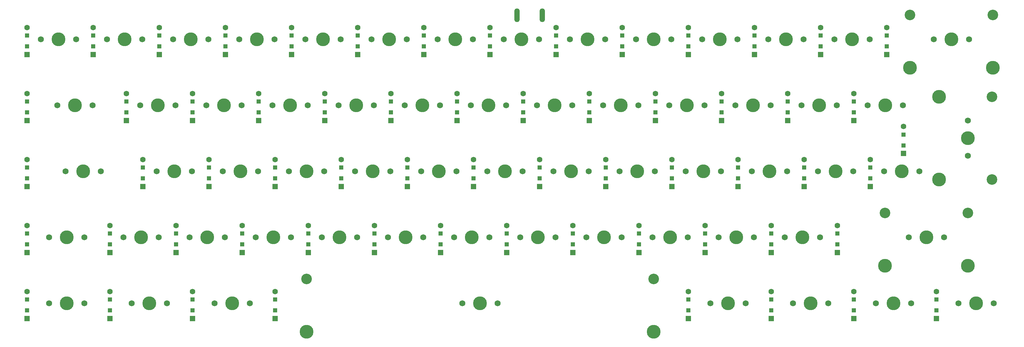
<source format=gbr>
G04 #@! TF.GenerationSoftware,KiCad,Pcbnew,5.1.6-c6e7f7d~86~ubuntu18.04.1*
G04 #@! TF.CreationDate,2020-05-28T23:24:45+02:00*
G04 #@! TF.ProjectId,keyboard-layout,6b657962-6f61-4726-942d-6c61796f7574,rev?*
G04 #@! TF.SameCoordinates,Original*
G04 #@! TF.FileFunction,Soldermask,Top*
G04 #@! TF.FilePolarity,Negative*
%FSLAX46Y46*%
G04 Gerber Fmt 4.6, Leading zero omitted, Abs format (unit mm)*
G04 Created by KiCad (PCBNEW 5.1.6-c6e7f7d~86~ubuntu18.04.1) date 2020-05-28 23:24:45*
%MOMM*%
%LPD*%
G01*
G04 APERTURE LIST*
%ADD10C,3.987800*%
%ADD11C,1.750000*%
%ADD12R,1.200000X1.200000*%
%ADD13R,1.600000X1.600000*%
%ADD14C,1.600000*%
%ADD15C,3.048000*%
%ADD16O,1.500000X4.000000*%
G04 APERTURE END LIST*
D10*
X29525000Y-29525000D03*
D11*
X24445000Y-29525000D03*
X34605000Y-29525000D03*
D10*
X29525000Y-29525000D03*
D11*
X24445000Y-29525000D03*
X34605000Y-29525000D03*
D12*
X20500000Y-31600000D03*
D13*
X20500000Y-33925000D03*
D12*
X20500000Y-28450000D03*
D14*
X20500000Y-26125000D03*
D10*
X48575000Y-29525000D03*
D11*
X43495000Y-29525000D03*
X53655000Y-29525000D03*
D10*
X48575000Y-29525000D03*
D11*
X43495000Y-29525000D03*
X53655000Y-29525000D03*
D12*
X39550000Y-31600000D03*
D13*
X39550000Y-33925000D03*
D12*
X39550000Y-28450000D03*
D14*
X39550000Y-26125000D03*
D10*
X67625000Y-29525000D03*
D11*
X62545000Y-29525000D03*
X72705000Y-29525000D03*
D10*
X67625000Y-29525000D03*
D11*
X62545000Y-29525000D03*
X72705000Y-29525000D03*
D12*
X58600000Y-31600000D03*
D13*
X58600000Y-33925000D03*
D12*
X58600000Y-28450000D03*
D14*
X58600000Y-26125000D03*
D10*
X86675000Y-29525000D03*
D11*
X81595000Y-29525000D03*
X91755000Y-29525000D03*
D10*
X86675000Y-29525000D03*
D11*
X81595000Y-29525000D03*
X91755000Y-29525000D03*
D12*
X77650000Y-31600000D03*
D13*
X77650000Y-33925000D03*
D12*
X77650000Y-28450000D03*
D14*
X77650000Y-26125000D03*
D10*
X105725000Y-29525000D03*
D11*
X100645000Y-29525000D03*
X110805000Y-29525000D03*
D10*
X105725000Y-29525000D03*
D11*
X100645000Y-29525000D03*
X110805000Y-29525000D03*
D12*
X96700000Y-31600000D03*
D13*
X96700000Y-33925000D03*
D12*
X96700000Y-28450000D03*
D14*
X96700000Y-26125000D03*
D10*
X124775000Y-29525000D03*
D11*
X119695000Y-29525000D03*
X129855000Y-29525000D03*
D10*
X124775000Y-29525000D03*
D11*
X119695000Y-29525000D03*
X129855000Y-29525000D03*
D12*
X115750000Y-31600000D03*
D13*
X115750000Y-33925000D03*
D12*
X115750000Y-28450000D03*
D14*
X115750000Y-26125000D03*
D10*
X143825000Y-29525000D03*
D11*
X138745000Y-29525000D03*
X148905000Y-29525000D03*
D10*
X143825000Y-29525000D03*
D11*
X138745000Y-29525000D03*
X148905000Y-29525000D03*
D12*
X134800000Y-31600000D03*
D13*
X134800000Y-33925000D03*
D12*
X134800000Y-28450000D03*
D14*
X134800000Y-26125000D03*
D10*
X162875000Y-29525000D03*
D11*
X157795000Y-29525000D03*
X167955000Y-29525000D03*
D10*
X162875000Y-29525000D03*
D11*
X157795000Y-29525000D03*
X167955000Y-29525000D03*
D12*
X153850000Y-31600000D03*
D13*
X153850000Y-33925000D03*
D12*
X153850000Y-28450000D03*
D14*
X153850000Y-26125000D03*
D10*
X181925000Y-29525000D03*
D11*
X176845000Y-29525000D03*
X187005000Y-29525000D03*
D10*
X181925000Y-29525000D03*
D11*
X176845000Y-29525000D03*
X187005000Y-29525000D03*
D12*
X172900000Y-31600000D03*
D13*
X172900000Y-33925000D03*
D12*
X172900000Y-28450000D03*
D14*
X172900000Y-26125000D03*
D10*
X200975000Y-29525000D03*
D11*
X195895000Y-29525000D03*
X206055000Y-29525000D03*
D10*
X200975000Y-29525000D03*
D11*
X195895000Y-29525000D03*
X206055000Y-29525000D03*
D12*
X191950000Y-31600000D03*
D13*
X191950000Y-33925000D03*
D12*
X191950000Y-28450000D03*
D14*
X191950000Y-26125000D03*
D10*
X220025000Y-29525000D03*
D11*
X214945000Y-29525000D03*
X225105000Y-29525000D03*
D10*
X220025000Y-29525000D03*
D11*
X214945000Y-29525000D03*
X225105000Y-29525000D03*
D12*
X211000000Y-31600000D03*
D13*
X211000000Y-33925000D03*
D12*
X211000000Y-28450000D03*
D14*
X211000000Y-26125000D03*
D10*
X239075000Y-29525000D03*
D11*
X233995000Y-29525000D03*
X244155000Y-29525000D03*
D10*
X239075000Y-29525000D03*
D11*
X233995000Y-29525000D03*
X244155000Y-29525000D03*
D12*
X230050000Y-31600000D03*
D13*
X230050000Y-33925000D03*
D12*
X230050000Y-28450000D03*
D14*
X230050000Y-26125000D03*
D10*
X258125000Y-29525000D03*
D11*
X253045000Y-29525000D03*
X263205000Y-29525000D03*
D10*
X258125000Y-29525000D03*
D11*
X253045000Y-29525000D03*
X263205000Y-29525000D03*
D12*
X249100000Y-31600000D03*
D13*
X249100000Y-33925000D03*
D12*
X249100000Y-28450000D03*
D14*
X249100000Y-26125000D03*
D10*
X286700000Y-29525000D03*
D11*
X281620000Y-29525000D03*
X291780000Y-29525000D03*
D10*
X286700000Y-29525000D03*
D11*
X281620000Y-29525000D03*
X291780000Y-29525000D03*
D15*
X274762000Y-22540000D03*
X298638000Y-22540000D03*
D10*
X274762000Y-37780000D03*
X298638000Y-37780000D03*
D12*
X268150000Y-31600000D03*
D13*
X268150000Y-33925000D03*
D12*
X268150000Y-28450000D03*
D14*
X268150000Y-26125000D03*
D10*
X34287500Y-48575000D03*
D11*
X29207500Y-48575000D03*
X39367500Y-48575000D03*
D10*
X34287500Y-48575000D03*
D11*
X29207500Y-48575000D03*
X39367500Y-48575000D03*
D12*
X20500000Y-50650000D03*
D13*
X20500000Y-52975000D03*
D12*
X20500000Y-47500000D03*
D14*
X20500000Y-45175000D03*
D10*
X58100000Y-48575000D03*
D11*
X53020000Y-48575000D03*
X63180000Y-48575000D03*
D10*
X58100000Y-48575000D03*
D11*
X53020000Y-48575000D03*
X63180000Y-48575000D03*
D12*
X49075000Y-50650000D03*
D13*
X49075000Y-52975000D03*
D12*
X49075000Y-47500000D03*
D14*
X49075000Y-45175000D03*
D10*
X77150000Y-48575000D03*
D11*
X72070000Y-48575000D03*
X82230000Y-48575000D03*
D10*
X77150000Y-48575000D03*
D11*
X72070000Y-48575000D03*
X82230000Y-48575000D03*
D12*
X68125000Y-50650000D03*
D13*
X68125000Y-52975000D03*
D12*
X68125000Y-47500000D03*
D14*
X68125000Y-45175000D03*
D10*
X96200000Y-48575000D03*
D11*
X91120000Y-48575000D03*
X101280000Y-48575000D03*
D10*
X96200000Y-48575000D03*
D11*
X91120000Y-48575000D03*
X101280000Y-48575000D03*
D12*
X87175000Y-50650000D03*
D13*
X87175000Y-52975000D03*
D12*
X87175000Y-47500000D03*
D14*
X87175000Y-45175000D03*
D10*
X115250000Y-48575000D03*
D11*
X110170000Y-48575000D03*
X120330000Y-48575000D03*
D10*
X115250000Y-48575000D03*
D11*
X110170000Y-48575000D03*
X120330000Y-48575000D03*
D12*
X106225000Y-50650000D03*
D13*
X106225000Y-52975000D03*
D12*
X106225000Y-47500000D03*
D14*
X106225000Y-45175000D03*
D10*
X134300000Y-48575000D03*
D11*
X129220000Y-48575000D03*
X139380000Y-48575000D03*
D10*
X134300000Y-48575000D03*
D11*
X129220000Y-48575000D03*
X139380000Y-48575000D03*
D12*
X125275000Y-50650000D03*
D13*
X125275000Y-52975000D03*
D12*
X125275000Y-47500000D03*
D14*
X125275000Y-45175000D03*
D10*
X153350000Y-48575000D03*
D11*
X148270000Y-48575000D03*
X158430000Y-48575000D03*
D10*
X153350000Y-48575000D03*
D11*
X148270000Y-48575000D03*
X158430000Y-48575000D03*
D12*
X144325000Y-50650000D03*
D13*
X144325000Y-52975000D03*
D12*
X144325000Y-47500000D03*
D14*
X144325000Y-45175000D03*
D10*
X172400000Y-48575000D03*
D11*
X167320000Y-48575000D03*
X177480000Y-48575000D03*
D10*
X172400000Y-48575000D03*
D11*
X167320000Y-48575000D03*
X177480000Y-48575000D03*
D12*
X163375000Y-50650000D03*
D13*
X163375000Y-52975000D03*
D12*
X163375000Y-47500000D03*
D14*
X163375000Y-45175000D03*
D10*
X191450000Y-48575000D03*
D11*
X186370000Y-48575000D03*
X196530000Y-48575000D03*
D10*
X191450000Y-48575000D03*
D11*
X186370000Y-48575000D03*
X196530000Y-48575000D03*
D12*
X182425000Y-50650000D03*
D13*
X182425000Y-52975000D03*
D12*
X182425000Y-47500000D03*
D14*
X182425000Y-45175000D03*
D10*
X210500000Y-48575000D03*
D11*
X205420000Y-48575000D03*
X215580000Y-48575000D03*
D10*
X210500000Y-48575000D03*
D11*
X205420000Y-48575000D03*
X215580000Y-48575000D03*
D12*
X201475000Y-50650000D03*
D13*
X201475000Y-52975000D03*
D12*
X201475000Y-47500000D03*
D14*
X201475000Y-45175000D03*
D10*
X229550000Y-48575000D03*
D11*
X224470000Y-48575000D03*
X234630000Y-48575000D03*
D10*
X229550000Y-48575000D03*
D11*
X224470000Y-48575000D03*
X234630000Y-48575000D03*
D12*
X220525000Y-50650000D03*
D13*
X220525000Y-52975000D03*
D12*
X220525000Y-47500000D03*
D14*
X220525000Y-45175000D03*
D10*
X248600000Y-48575000D03*
D11*
X243520000Y-48575000D03*
X253680000Y-48575000D03*
D10*
X248600000Y-48575000D03*
D11*
X243520000Y-48575000D03*
X253680000Y-48575000D03*
D12*
X239575000Y-50650000D03*
D13*
X239575000Y-52975000D03*
D12*
X239575000Y-47500000D03*
D14*
X239575000Y-45175000D03*
D10*
X267650000Y-48575000D03*
D11*
X262570000Y-48575000D03*
X272730000Y-48575000D03*
D10*
X267650000Y-48575000D03*
D11*
X262570000Y-48575000D03*
X272730000Y-48575000D03*
D12*
X258625000Y-50650000D03*
D13*
X258625000Y-52975000D03*
D12*
X258625000Y-47500000D03*
D14*
X258625000Y-45175000D03*
D10*
X291462500Y-58100000D03*
D11*
X291462500Y-53020000D03*
X291462500Y-63180000D03*
D10*
X291462500Y-58100000D03*
D11*
X291462500Y-53020000D03*
X291462500Y-63180000D03*
D15*
X298447500Y-46162000D03*
X298447500Y-70038000D03*
D10*
X283207500Y-46162000D03*
X283207500Y-70038000D03*
D12*
X272912500Y-60175000D03*
D13*
X272912500Y-62500000D03*
D12*
X272912500Y-57025000D03*
D14*
X272912500Y-54700000D03*
D10*
X36668750Y-67625000D03*
D11*
X31588750Y-67625000D03*
X41748750Y-67625000D03*
D10*
X36668750Y-67625000D03*
D11*
X31588750Y-67625000D03*
X41748750Y-67625000D03*
D12*
X20500000Y-69700000D03*
D13*
X20500000Y-72025000D03*
D12*
X20500000Y-66550000D03*
D14*
X20500000Y-64225000D03*
D10*
X62862500Y-67625000D03*
D11*
X57782500Y-67625000D03*
X67942500Y-67625000D03*
D10*
X62862500Y-67625000D03*
D11*
X57782500Y-67625000D03*
X67942500Y-67625000D03*
D12*
X53837500Y-69700000D03*
D13*
X53837500Y-72025000D03*
D12*
X53837500Y-66550000D03*
D14*
X53837500Y-64225000D03*
D10*
X81912500Y-67625000D03*
D11*
X76832500Y-67625000D03*
X86992500Y-67625000D03*
D10*
X81912500Y-67625000D03*
D11*
X76832500Y-67625000D03*
X86992500Y-67625000D03*
D12*
X72887500Y-69700000D03*
D13*
X72887500Y-72025000D03*
D12*
X72887500Y-66550000D03*
D14*
X72887500Y-64225000D03*
D10*
X100962500Y-67625000D03*
D11*
X95882500Y-67625000D03*
X106042500Y-67625000D03*
D10*
X100962500Y-67625000D03*
D11*
X95882500Y-67625000D03*
X106042500Y-67625000D03*
D12*
X91937500Y-69700000D03*
D13*
X91937500Y-72025000D03*
D12*
X91937500Y-66550000D03*
D14*
X91937500Y-64225000D03*
D10*
X120012500Y-67625000D03*
D11*
X114932500Y-67625000D03*
X125092500Y-67625000D03*
D10*
X120012500Y-67625000D03*
D11*
X114932500Y-67625000D03*
X125092500Y-67625000D03*
D12*
X110987500Y-69700000D03*
D13*
X110987500Y-72025000D03*
D12*
X110987500Y-66550000D03*
D14*
X110987500Y-64225000D03*
D10*
X139062500Y-67625000D03*
D11*
X133982500Y-67625000D03*
X144142500Y-67625000D03*
D10*
X139062500Y-67625000D03*
D11*
X133982500Y-67625000D03*
X144142500Y-67625000D03*
D12*
X130037500Y-69700000D03*
D13*
X130037500Y-72025000D03*
D12*
X130037500Y-66550000D03*
D14*
X130037500Y-64225000D03*
D10*
X158112500Y-67625000D03*
D11*
X153032500Y-67625000D03*
X163192500Y-67625000D03*
D10*
X158112500Y-67625000D03*
D11*
X153032500Y-67625000D03*
X163192500Y-67625000D03*
D12*
X149087500Y-69700000D03*
D13*
X149087500Y-72025000D03*
D12*
X149087500Y-66550000D03*
D14*
X149087500Y-64225000D03*
D10*
X177162500Y-67625000D03*
D11*
X172082500Y-67625000D03*
X182242500Y-67625000D03*
D10*
X177162500Y-67625000D03*
D11*
X172082500Y-67625000D03*
X182242500Y-67625000D03*
D12*
X168137500Y-69700000D03*
D13*
X168137500Y-72025000D03*
D12*
X168137500Y-66550000D03*
D14*
X168137500Y-64225000D03*
D10*
X196212500Y-67625000D03*
D11*
X191132500Y-67625000D03*
X201292500Y-67625000D03*
D10*
X196212500Y-67625000D03*
D11*
X191132500Y-67625000D03*
X201292500Y-67625000D03*
D12*
X187187500Y-69700000D03*
D13*
X187187500Y-72025000D03*
D12*
X187187500Y-66550000D03*
D14*
X187187500Y-64225000D03*
D10*
X215262500Y-67625000D03*
D11*
X210182500Y-67625000D03*
X220342500Y-67625000D03*
D10*
X215262500Y-67625000D03*
D11*
X210182500Y-67625000D03*
X220342500Y-67625000D03*
D12*
X206237500Y-69700000D03*
D13*
X206237500Y-72025000D03*
D12*
X206237500Y-66550000D03*
D14*
X206237500Y-64225000D03*
D10*
X234312500Y-67625000D03*
D11*
X229232500Y-67625000D03*
X239392500Y-67625000D03*
D10*
X234312500Y-67625000D03*
D11*
X229232500Y-67625000D03*
X239392500Y-67625000D03*
D12*
X225287500Y-69700000D03*
D13*
X225287500Y-72025000D03*
D12*
X225287500Y-66550000D03*
D14*
X225287500Y-64225000D03*
D10*
X253362500Y-67625000D03*
D11*
X248282500Y-67625000D03*
X258442500Y-67625000D03*
D10*
X253362500Y-67625000D03*
D11*
X248282500Y-67625000D03*
X258442500Y-67625000D03*
D12*
X244337500Y-69700000D03*
D13*
X244337500Y-72025000D03*
D12*
X244337500Y-66550000D03*
D14*
X244337500Y-64225000D03*
D10*
X272412500Y-67625000D03*
D11*
X267332500Y-67625000D03*
X277492500Y-67625000D03*
D10*
X272412500Y-67625000D03*
D11*
X267332500Y-67625000D03*
X277492500Y-67625000D03*
D12*
X263387500Y-69700000D03*
D13*
X263387500Y-72025000D03*
D12*
X263387500Y-66550000D03*
D14*
X263387500Y-64225000D03*
D10*
X31906250Y-86675000D03*
D11*
X26826250Y-86675000D03*
X36986250Y-86675000D03*
D10*
X31906250Y-86675000D03*
D11*
X26826250Y-86675000D03*
X36986250Y-86675000D03*
D12*
X20500000Y-88750000D03*
D13*
X20500000Y-91075000D03*
D12*
X20500000Y-85600000D03*
D14*
X20500000Y-83275000D03*
D10*
X53337500Y-86675000D03*
D11*
X48257500Y-86675000D03*
X58417500Y-86675000D03*
D10*
X53337500Y-86675000D03*
D11*
X48257500Y-86675000D03*
X58417500Y-86675000D03*
D12*
X44312500Y-88750000D03*
D13*
X44312500Y-91075000D03*
D12*
X44312500Y-85600000D03*
D14*
X44312500Y-83275000D03*
D10*
X72387500Y-86675000D03*
D11*
X67307500Y-86675000D03*
X77467500Y-86675000D03*
D10*
X72387500Y-86675000D03*
D11*
X67307500Y-86675000D03*
X77467500Y-86675000D03*
D12*
X63362500Y-88750000D03*
D13*
X63362500Y-91075000D03*
D12*
X63362500Y-85600000D03*
D14*
X63362500Y-83275000D03*
D10*
X91437500Y-86675000D03*
D11*
X86357500Y-86675000D03*
X96517500Y-86675000D03*
D10*
X91437500Y-86675000D03*
D11*
X86357500Y-86675000D03*
X96517500Y-86675000D03*
D12*
X82412500Y-88750000D03*
D13*
X82412500Y-91075000D03*
D12*
X82412500Y-85600000D03*
D14*
X82412500Y-83275000D03*
D10*
X110487500Y-86675000D03*
D11*
X105407500Y-86675000D03*
X115567500Y-86675000D03*
D10*
X110487500Y-86675000D03*
D11*
X105407500Y-86675000D03*
X115567500Y-86675000D03*
D12*
X101462500Y-88750000D03*
D13*
X101462500Y-91075000D03*
D12*
X101462500Y-85600000D03*
D14*
X101462500Y-83275000D03*
D10*
X129537500Y-86675000D03*
D11*
X124457500Y-86675000D03*
X134617500Y-86675000D03*
D10*
X129537500Y-86675000D03*
D11*
X124457500Y-86675000D03*
X134617500Y-86675000D03*
D12*
X120512500Y-88750000D03*
D13*
X120512500Y-91075000D03*
D12*
X120512500Y-85600000D03*
D14*
X120512500Y-83275000D03*
D10*
X148587500Y-86675000D03*
D11*
X143507500Y-86675000D03*
X153667500Y-86675000D03*
D10*
X148587500Y-86675000D03*
D11*
X143507500Y-86675000D03*
X153667500Y-86675000D03*
D12*
X139562500Y-88750000D03*
D13*
X139562500Y-91075000D03*
D12*
X139562500Y-85600000D03*
D14*
X139562500Y-83275000D03*
D10*
X167637500Y-86675000D03*
D11*
X162557500Y-86675000D03*
X172717500Y-86675000D03*
D10*
X167637500Y-86675000D03*
D11*
X162557500Y-86675000D03*
X172717500Y-86675000D03*
D12*
X158612500Y-88750000D03*
D13*
X158612500Y-91075000D03*
D12*
X158612500Y-85600000D03*
D14*
X158612500Y-83275000D03*
D10*
X186687500Y-86675000D03*
D11*
X181607500Y-86675000D03*
X191767500Y-86675000D03*
D10*
X186687500Y-86675000D03*
D11*
X181607500Y-86675000D03*
X191767500Y-86675000D03*
D12*
X177662500Y-88750000D03*
D13*
X177662500Y-91075000D03*
D12*
X177662500Y-85600000D03*
D14*
X177662500Y-83275000D03*
D10*
X205737500Y-86675000D03*
D11*
X200657500Y-86675000D03*
X210817500Y-86675000D03*
D10*
X205737500Y-86675000D03*
D11*
X200657500Y-86675000D03*
X210817500Y-86675000D03*
D12*
X196712500Y-88750000D03*
D13*
X196712500Y-91075000D03*
D12*
X196712500Y-85600000D03*
D14*
X196712500Y-83275000D03*
D10*
X224787500Y-86675000D03*
D11*
X219707500Y-86675000D03*
X229867500Y-86675000D03*
D10*
X224787500Y-86675000D03*
D11*
X219707500Y-86675000D03*
X229867500Y-86675000D03*
D12*
X215762500Y-88750000D03*
D13*
X215762500Y-91075000D03*
D12*
X215762500Y-85600000D03*
D14*
X215762500Y-83275000D03*
D10*
X243837500Y-86675000D03*
D11*
X238757500Y-86675000D03*
X248917500Y-86675000D03*
D10*
X243837500Y-86675000D03*
D11*
X238757500Y-86675000D03*
X248917500Y-86675000D03*
D12*
X234812500Y-88750000D03*
D13*
X234812500Y-91075000D03*
D12*
X234812500Y-85600000D03*
D14*
X234812500Y-83275000D03*
D10*
X279556250Y-86675000D03*
D11*
X274476250Y-86675000D03*
X284636250Y-86675000D03*
D10*
X279556250Y-86675000D03*
D11*
X274476250Y-86675000D03*
X284636250Y-86675000D03*
D15*
X267618250Y-79690000D03*
X291494250Y-79690000D03*
D10*
X267618250Y-94930000D03*
X291494250Y-94930000D03*
D12*
X253862500Y-88750000D03*
D13*
X253862500Y-91075000D03*
D12*
X253862500Y-85600000D03*
D14*
X253862500Y-83275000D03*
D10*
X31906250Y-105725000D03*
D11*
X26826250Y-105725000D03*
X36986250Y-105725000D03*
D10*
X31906250Y-105725000D03*
D11*
X26826250Y-105725000D03*
X36986250Y-105725000D03*
D12*
X20500000Y-107800000D03*
D13*
X20500000Y-110125000D03*
D12*
X20500000Y-104650000D03*
D14*
X20500000Y-102325000D03*
D10*
X55718750Y-105725000D03*
D11*
X50638750Y-105725000D03*
X60798750Y-105725000D03*
D10*
X55718750Y-105725000D03*
D11*
X50638750Y-105725000D03*
X60798750Y-105725000D03*
D12*
X44312500Y-107800000D03*
D13*
X44312500Y-110125000D03*
D12*
X44312500Y-104650000D03*
D14*
X44312500Y-102325000D03*
D10*
X79531250Y-105725000D03*
D11*
X74451250Y-105725000D03*
X84611250Y-105725000D03*
D10*
X79531250Y-105725000D03*
D11*
X74451250Y-105725000D03*
X84611250Y-105725000D03*
D12*
X68125000Y-107800000D03*
D13*
X68125000Y-110125000D03*
D12*
X68125000Y-104650000D03*
D14*
X68125000Y-102325000D03*
D10*
X150968750Y-105725000D03*
D11*
X145888750Y-105725000D03*
X156048750Y-105725000D03*
D10*
X150968750Y-105725000D03*
D11*
X145888750Y-105725000D03*
X156048750Y-105725000D03*
D15*
X100968850Y-98740000D03*
X200968650Y-98740000D03*
D10*
X100968850Y-113980000D03*
X200968650Y-113980000D03*
D12*
X91937500Y-107800000D03*
D13*
X91937500Y-110125000D03*
D12*
X91937500Y-104650000D03*
D14*
X91937500Y-102325000D03*
D10*
X222406250Y-105725000D03*
D11*
X217326250Y-105725000D03*
X227486250Y-105725000D03*
D10*
X222406250Y-105725000D03*
D11*
X217326250Y-105725000D03*
X227486250Y-105725000D03*
D12*
X211000000Y-107800000D03*
D13*
X211000000Y-110125000D03*
D12*
X211000000Y-104650000D03*
D14*
X211000000Y-102325000D03*
D10*
X246218750Y-105725000D03*
D11*
X241138750Y-105725000D03*
X251298750Y-105725000D03*
D10*
X246218750Y-105725000D03*
D11*
X241138750Y-105725000D03*
X251298750Y-105725000D03*
D12*
X234812500Y-107800000D03*
D13*
X234812500Y-110125000D03*
D12*
X234812500Y-104650000D03*
D14*
X234812500Y-102325000D03*
D10*
X270031250Y-105725000D03*
D11*
X264951250Y-105725000D03*
X275111250Y-105725000D03*
D10*
X270031250Y-105725000D03*
D11*
X264951250Y-105725000D03*
X275111250Y-105725000D03*
D12*
X258625000Y-107800000D03*
D13*
X258625000Y-110125000D03*
D12*
X258625000Y-104650000D03*
D14*
X258625000Y-102325000D03*
D10*
X293843750Y-105725000D03*
D11*
X288763750Y-105725000D03*
X298923750Y-105725000D03*
D10*
X293843750Y-105725000D03*
D11*
X288763750Y-105725000D03*
X298923750Y-105725000D03*
D12*
X282437500Y-107800000D03*
D13*
X282437500Y-110125000D03*
D12*
X282437500Y-104650000D03*
D14*
X282437500Y-102325000D03*
D16*
X161606250Y-22600000D03*
X168906250Y-22600000D03*
M02*

</source>
